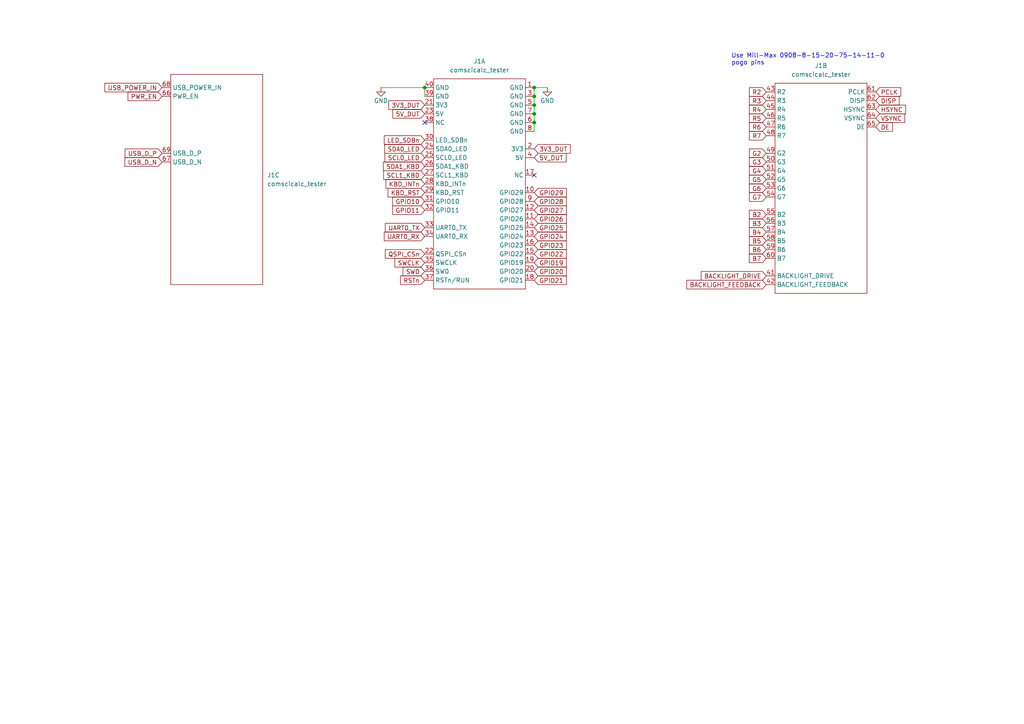
<source format=kicad_sch>
(kicad_sch (version 20211123) (generator eeschema)
  (paper "A4")
  (lib_symbols
    (symbol "oskars_design_lib:comscicalc_tester"
      (property "Reference" "J" (at 17.78 57.15 0))
      (property "Value" "comscicalc_tester" (at 17.78 62.23 0))
      (symbol "comscicalc_tester_0_1"
        (rectangle (start 0 60.96) (end 26.67 0))
      )
      (symbol "comscicalc_tester_1_1"
        (pin input line (at 29.21 58.42 180) (length 2.54) (name "GND") (number "1"))
        (pin input line (at 29.21 27.94 180) (length 2.54) (name "GPIO29") (number "10"))
        (pin input line (at 29.21 20.32 180) (length 2.54) (name "GPIO26") (number "11"))
        (pin input line (at 29.21 22.86 180) (length 2.54) (name "GPIO27") (number "12"))
        (pin input line (at 29.21 15.24 180) (length 2.54) (name "GPIO24") (number "13"))
        (pin input line (at 29.21 17.78 180) (length 2.54) (name "GPIO25") (number "14"))
        (pin input line (at 29.21 10.16 180) (length 2.54) (name "GPIO22") (number "15"))
        (pin input line (at 29.21 12.7 180) (length 2.54) (name "GPIO23") (number "16"))
        (pin input line (at 29.21 33.02 180) (length 2.54) (name "NC") (number "17"))
        (pin input line (at 29.21 2.54 180) (length 2.54) (name "GPIO21") (number "18"))
        (pin input line (at 29.21 7.62 180) (length 2.54) (name "GPIO19") (number "19"))
        (pin input line (at 29.21 40.64 180) (length 2.54) (name "3V3") (number "2"))
        (pin input line (at 29.21 5.08 180) (length 2.54) (name "GPIO20") (number "20"))
        (pin input line (at -2.54 53.34 0) (length 2.54) (name "3V3") (number "21"))
        (pin input line (at -2.54 10.16 0) (length 2.54) (name "QSPI_CSn") (number "22"))
        (pin input line (at -2.54 50.8 0) (length 2.54) (name "5V") (number "23"))
        (pin input line (at -2.54 40.64 0) (length 2.54) (name "SDA0_LED") (number "24"))
        (pin input line (at -2.54 38.1 0) (length 2.54) (name "SCL0_LED") (number "25"))
        (pin input line (at -2.54 35.56 0) (length 2.54) (name "SDA1_KBD") (number "26"))
        (pin input line (at -2.54 33.02 0) (length 2.54) (name "SCL1_KBD") (number "27"))
        (pin input line (at -2.54 30.48 0) (length 2.54) (name "KBD_INTn") (number "28"))
        (pin input line (at -2.54 27.94 0) (length 2.54) (name "KBD_RST") (number "29"))
        (pin input line (at 29.21 55.88 180) (length 2.54) (name "GND") (number "3"))
        (pin input line (at -2.54 43.18 0) (length 2.54) (name "LED_SDBn") (number "30"))
        (pin input line (at -2.54 25.4 0) (length 2.54) (name "GPIO10") (number "31"))
        (pin input line (at -2.54 22.86 0) (length 2.54) (name "GPIO11") (number "32"))
        (pin input line (at -2.54 17.78 0) (length 2.54) (name "UART0_TX") (number "33"))
        (pin input line (at -2.54 15.24 0) (length 2.54) (name "UART0_RX") (number "34"))
        (pin input line (at -2.54 7.62 0) (length 2.54) (name "SWCLK") (number "35"))
        (pin input line (at -2.54 5.08 0) (length 2.54) (name "SW0") (number "36"))
        (pin input line (at -2.54 2.54 0) (length 2.54) (name "RSTn/RUN") (number "37"))
        (pin input line (at -2.54 48.26 0) (length 2.54) (name "NC") (number "38"))
        (pin input line (at -2.54 55.88 0) (length 2.54) (name "GND") (number "39"))
        (pin input line (at 29.21 38.1 180) (length 2.54) (name "5V") (number "4"))
        (pin input line (at -2.54 58.42 0) (length 2.54) (name "GND") (number "40"))
        (pin input line (at 29.21 53.34 180) (length 2.54) (name "GND") (number "5"))
        (pin input line (at 29.21 48.26 180) (length 2.54) (name "GND") (number "6"))
        (pin input line (at 29.21 50.8 180) (length 2.54) (name "GND") (number "7"))
        (pin input line (at 29.21 45.72 180) (length 2.54) (name "GND") (number "8"))
        (pin input line (at 29.21 25.4 180) (length 2.54) (name "GPIO28") (number "9"))
      )
      (symbol "comscicalc_tester_2_1"
        (pin input line (at -2.54 5.08 0) (length 2.54) (name "BACKLIGHT_DRIVE") (number "41"))
        (pin input line (at -2.54 2.54 0) (length 2.54) (name "BACKLIGHT_FEEDBACK") (number "42"))
        (pin input line (at -2.54 58.42 0) (length 2.54) (name "R2") (number "43"))
        (pin input line (at -2.54 55.88 0) (length 2.54) (name "R3") (number "44"))
        (pin input line (at -2.54 53.34 0) (length 2.54) (name "R4") (number "45"))
        (pin input line (at -2.54 50.8 0) (length 2.54) (name "R5") (number "46"))
        (pin input line (at -2.54 48.26 0) (length 2.54) (name "R6") (number "47"))
        (pin input line (at -2.54 45.72 0) (length 2.54) (name "R7") (number "48"))
        (pin input line (at -2.54 40.64 0) (length 2.54) (name "G2") (number "49"))
        (pin input line (at -2.54 38.1 0) (length 2.54) (name "G3") (number "50"))
        (pin input line (at -2.54 35.56 0) (length 2.54) (name "G4") (number "51"))
        (pin input line (at -2.54 33.02 0) (length 2.54) (name "G5") (number "52"))
        (pin input line (at -2.54 30.48 0) (length 2.54) (name "G6") (number "53"))
        (pin input line (at -2.54 27.94 0) (length 2.54) (name "G7") (number "54"))
        (pin input line (at -2.54 22.86 0) (length 2.54) (name "B2") (number "55"))
        (pin input line (at -2.54 20.32 0) (length 2.54) (name "B3") (number "56"))
        (pin input line (at -2.54 17.78 0) (length 2.54) (name "B4") (number "57"))
        (pin input line (at -2.54 15.24 0) (length 2.54) (name "B5") (number "58"))
        (pin input line (at -2.54 12.7 0) (length 2.54) (name "B6") (number "59"))
        (pin input line (at -2.54 10.16 0) (length 2.54) (name "B7") (number "60"))
        (pin input line (at 29.21 58.42 180) (length 2.54) (name "PCLK") (number "61"))
        (pin input line (at 29.21 55.88 180) (length 2.54) (name "DISP") (number "62"))
        (pin input line (at 29.21 53.34 180) (length 2.54) (name "HSYNC") (number "63"))
        (pin input line (at 29.21 50.8 180) (length 2.54) (name "VSYNC") (number "64"))
        (pin input line (at 29.21 48.26 180) (length 2.54) (name "DE") (number "65"))
      )
      (symbol "comscicalc_tester_3_1"
        (pin input line (at -2.54 54.61 0) (length 2.54) (name "PWR_EN") (number "66"))
        (pin input line (at -2.54 35.56 0) (length 2.54) (name "USB_D_N") (number "67"))
        (pin input line (at -2.54 57.15 0) (length 2.54) (name "USB_POWER_IN") (number "68"))
        (pin input line (at -2.54 38.1 0) (length 2.54) (name "USB_D_P") (number "69"))
      )
    )
    (symbol "power:GND" (power) (pin_names (offset 0))
      (property "Value" "GND" (at 0 -3.81 0))
      (symbol "GND_0_1"
        (polyline (pts (xy 0 0) (xy 0 -1.27) (xy 1.27 -1.27) (xy 0 -2.54) (xy -1.27 -1.27) (xy 0 -1.27)))
      )
      (symbol "GND_1_1"
        (pin power_in line (at 0 0 270) (length 0) hide (name "GND") (number "1"))
      )
    )
  )
  (junction (at 154.94 33.02))
  (junction (at 154.94 27.94))
  (junction (at 154.94 35.56))
  (junction (at 154.94 30.48))
  (junction (at 123.19 25.4))
  (junction (at 154.94 25.4))
  (no_connect (at 123.19 35.56))
  (no_connect (at 154.94 50.8))
  (wire (pts (xy 158.75 25.4) (xy 154.94 25.4)))
  (wire (pts (xy 154.94 25.4) (xy 154.94 27.94)))
  (wire (pts (xy 154.94 30.48) (xy 154.94 33.02)))
  (wire (pts (xy 154.94 33.02) (xy 154.94 35.56)))
  (wire (pts (xy 110.49 25.4) (xy 123.19 25.4)))
  (wire (pts (xy 123.19 25.4) (xy 123.19 27.94)))
  (wire (pts (xy 154.94 27.94) (xy 154.94 30.48)))
  (wire (pts (xy 154.94 35.56) (xy 154.94 38.1)))
  (text "Use Mill-Max 0908-8-15-20-75-14-11-0 \npogo pins" (at 212.09 19.05 0) (effects (font (size 1.27 1.27)) (justify left bottom)))
  (global_label "USB_D_N" (shape input) (at 46.99 46.99 180) (property "Intersheet References" "${INTERSHEET_REFS}" (effects hide)))
  (global_label "B4" (shape input) (at 222.25 67.31 180) (property "Intersheet References" "${INTERSHEET_REFS}" (effects hide)))
  (global_label "G5" (shape input) (at 222.25 52.07 180) (property "Intersheet References" "${INTERSHEET_REFS}" (effects hide)))
  (global_label "UART0_TX" (shape input) (at 123.19 66.04 180) (property "Intersheet References" "${INTERSHEET_REFS}" (effects hide)))
  (global_label "GPIO28" (shape input) (at 154.94 58.42 0) (property "Intersheet References" "${INTERSHEET_REFS}" (effects hide)))
  (global_label "B2" (shape input) (at 222.25 62.23 180) (property "Intersheet References" "${INTERSHEET_REFS}" (effects hide)))
  (global_label "SDA0_LED" (shape input) (at 123.19 43.18 180) (property "Intersheet References" "${INTERSHEET_REFS}" (effects hide)))
  (global_label "G4" (shape input) (at 222.25 49.53 180) (property "Intersheet References" "${INTERSHEET_REFS}" (effects hide)))
  (global_label "PCLK" (shape input) (at 254 26.67 0) (property "Intersheet References" "${INTERSHEET_REFS}" (effects hide)))
  (global_label "G3" (shape input) (at 222.25 46.99 180) (property "Intersheet References" "${INTERSHEET_REFS}" (effects hide)))
  (global_label "GPIO23" (shape input) (at 154.94 71.12 0) (property "Intersheet References" "${INTERSHEET_REFS}" (effects hide)))
  (global_label "GPIO22" (shape input) (at 154.94 73.66 0) (property "Intersheet References" "${INTERSHEET_REFS}" (effects hide)))
  (global_label "KBD_RST" (shape input) (at 123.19 55.88 180) (property "Intersheet References" "${INTERSHEET_REFS}" (effects hide)))
  (global_label "5V_DUT" (shape input) (at 154.94 45.72 0) (property "Intersheet References" "${INTERSHEET_REFS}" (effects hide)))
  (global_label "PWR_EN" (shape input) (at 46.99 27.94 180) (property "Intersheet References" "${INTERSHEET_REFS}" (effects hide)))
  (global_label "SDA1_KBD" (shape input) (at 123.19 48.26 180) (property "Intersheet References" "${INTERSHEET_REFS}" (effects hide)))
  (global_label "HSYNC" (shape input) (at 254 31.75 0) (property "Intersheet References" "${INTERSHEET_REFS}" (effects hide)))
  (global_label "GPIO26" (shape input) (at 154.94 63.5 0) (property "Intersheet References" "${INTERSHEET_REFS}" (effects hide)))
  (global_label "R3" (shape input) (at 222.25 29.21 180) (property "Intersheet References" "${INTERSHEET_REFS}" (effects hide)))
  (global_label "SCL0_LED" (shape input) (at 123.19 45.72 180) (property "Intersheet References" "${INTERSHEET_REFS}" (effects hide)))
  (global_label "USB_D_P" (shape input) (at 46.99 44.45 180) (property "Intersheet References" "${INTERSHEET_REFS}" (effects hide)))
  (global_label "R2" (shape input) (at 222.25 26.67 180) (property "Intersheet References" "${INTERSHEET_REFS}" (effects hide)))
  (global_label "RSTn" (shape input) (at 123.19 81.28 180) (property "Intersheet References" "${INTERSHEET_REFS}" (effects hide)))
  (global_label "BACKLIGHT_FEEDBACK" (shape input) (at 222.25 82.55 180) (property "Intersheet References" "${INTERSHEET_REFS}" (effects hide)))
  (global_label "SCL1_KBD" (shape input) (at 123.19 50.8 180) (property "Intersheet References" "${INTERSHEET_REFS}" (effects hide)))
  (global_label "GPIO29" (shape input) (at 154.94 55.88 0) (property "Intersheet References" "${INTERSHEET_REFS}" (effects hide)))
  (global_label "G7" (shape input) (at 222.25 57.15 180) (property "Intersheet References" "${INTERSHEET_REFS}" (effects hide)))
  (global_label "USB_POWER_IN" (shape input) (at 46.99 25.4 180) (property "Intersheet References" "${INTERSHEET_REFS}" (effects hide)))
  (global_label "DE" (shape input) (at 254 36.83 0) (property "Intersheet References" "${INTERSHEET_REFS}" (effects hide)))
  (global_label "B5" (shape input) (at 222.25 69.85 180) (property "Intersheet References" "${INTERSHEET_REFS}" (effects hide)))
  (global_label "DISP" (shape input) (at 254 29.21 0) (property "Intersheet References" "${INTERSHEET_REFS}" (effects hide)))
  (global_label "KBD_INTn" (shape input) (at 123.19 53.34 180) (property "Intersheet References" "${INTERSHEET_REFS}" (effects hide)))
  (global_label "G6" (shape input) (at 222.25 54.61 180) (property "Intersheet References" "${INTERSHEET_REFS}" (effects hide)))
  (global_label "G2" (shape input) (at 222.25 44.45 180) (property "Intersheet References" "${INTERSHEET_REFS}" (effects hide)))
  (global_label "VSYNC" (shape input) (at 254 34.29 0) (property "Intersheet References" "${INTERSHEET_REFS}" (effects hide)))
  (global_label "R6" (shape input) (at 222.25 36.83 180) (property "Intersheet References" "${INTERSHEET_REFS}" (effects hide)))
  (global_label "GPIO27" (shape input) (at 154.94 60.96 0) (property "Intersheet References" "${INTERSHEET_REFS}" (effects hide)))
  (global_label "GPIO25" (shape input) (at 154.94 66.04 0) (property "Intersheet References" "${INTERSHEET_REFS}" (effects hide)))
  (global_label "GPIO10" (shape input) (at 123.19 58.42 180) (property "Intersheet References" "${INTERSHEET_REFS}" (effects hide)))
  (global_label "3V3_DUT" (shape input) (at 123.19 30.48 180) (property "Intersheet References" "${INTERSHEET_REFS}" (effects hide)))
  (global_label "GPIO20" (shape input) (at 154.94 78.74 0) (property "Intersheet References" "${INTERSHEET_REFS}" (effects hide)))
  (global_label "B6" (shape input) (at 222.25 72.39 180) (property "Intersheet References" "${INTERSHEET_REFS}" (effects hide)))
  (global_label "R7" (shape input) (at 222.25 39.37 180) (property "Intersheet References" "${INTERSHEET_REFS}" (effects hide)))
  (global_label "UART0_RX" (shape input) (at 123.19 68.58 180) (property "Intersheet References" "${INTERSHEET_REFS}" (effects hide)))
  (global_label "GPIO24" (shape input) (at 154.94 68.58 0) (property "Intersheet References" "${INTERSHEET_REFS}" (effects hide)))
  (global_label "B3" (shape input) (at 222.25 64.77 180) (property "Intersheet References" "${INTERSHEET_REFS}" (effects hide)))
  (global_label "R4" (shape input) (at 222.25 31.75 180) (property "Intersheet References" "${INTERSHEET_REFS}" (effects hide)))
  (global_label "BACKLIGHT_DRIVE" (shape input) (at 222.25 80.01 180) (property "Intersheet References" "${INTERSHEET_REFS}" (effects hide)))
  (global_label "5V_DUT" (shape input) (at 123.19 33.02 180) (property "Intersheet References" "${INTERSHEET_REFS}" (effects hide)))
  (global_label "SW0" (shape input) (at 123.19 78.74 180) (property "Intersheet References" "${INTERSHEET_REFS}" (effects hide)))
  (global_label "GPIO21" (shape input) (at 154.94 81.28 0) (property "Intersheet References" "${INTERSHEET_REFS}" (effects hide)))
  (global_label "R5" (shape input) (at 222.25 34.29 180) (property "Intersheet References" "${INTERSHEET_REFS}" (effects hide)))
  (global_label "GPIO11" (shape input) (at 123.19 60.96 180) (property "Intersheet References" "${INTERSHEET_REFS}" (effects hide)))
  (global_label "LED_SDBn" (shape input) (at 123.19 40.64 180) (property "Intersheet References" "${INTERSHEET_REFS}" (effects hide)))
  (global_label "3V3_DUT" (shape input) (at 154.94 43.18 0) (property "Intersheet References" "${INTERSHEET_REFS}" (effects hide)))
  (global_label "SWCLK" (shape input) (at 123.19 76.2 180) (property "Intersheet References" "${INTERSHEET_REFS}" (effects hide)))
  (global_label "GPIO19" (shape input) (at 154.94 76.2 0) (property "Intersheet References" "${INTERSHEET_REFS}" (effects hide)))
  (global_label "QSPI_CSn" (shape input) (at 123.19 73.66 180) (property "Intersheet References" "${INTERSHEET_REFS}" (effects hide)))
  (global_label "B7" (shape input) (at 222.25 74.93 180) (property "Intersheet References" "${INTERSHEET_REFS}" (effects hide)))
  (symbol (lib_id "oskars_design_lib:comscicalc_tester") (at 125.73 83.82 0) (unit 1)
    (property "Reference" "J1" (at 139.065 17.78 0))
    (property "Value" "comscicalc_tester" (at 139.065 20.32 0))
    (property "Footprint" "oskar_design:tester_footprint" (effects hide))
  )
  (symbol (lib_id "power:GND") (at 158.75 25.4 0) (unit 1)
    (property "Reference" "#PWR0104" (effects hide))
    (property "Value" "GND" (at 158.75 29.21 0))
  )
  (symbol (lib_id "oskars_design_lib:comscicalc_tester") (at 224.79 85.09 0) (unit 2)
    (property "Reference" "J1" (at 238.125 19.05 0))
    (property "Value" "comscicalc_tester" (at 238.125 21.59 0))
    (property "Footprint" "oskar_design:tester_footprint" (effects hide))
  )
  (symbol (lib_id "power:GND") (at 110.49 25.4 0) (unit 1)
    (property "Reference" "#PWR0103" (effects hide))
    (property "Value" "GND" (at 110.49 29.21 0))
  )
  (symbol (lib_id "oskars_design_lib:comscicalc_tester") (at 49.53 82.55 0) (unit 3)
    (property "Reference" "J1" (at 77.47 50.7999 0) (effects (justify left)))
    (property "Value" "comscicalc_tester" (at 77.47 53.3399 0) (effects (justify left)))
    (property "Footprint" "oskar_design:tester_footprint" (effects hide))
  )
)
</source>
